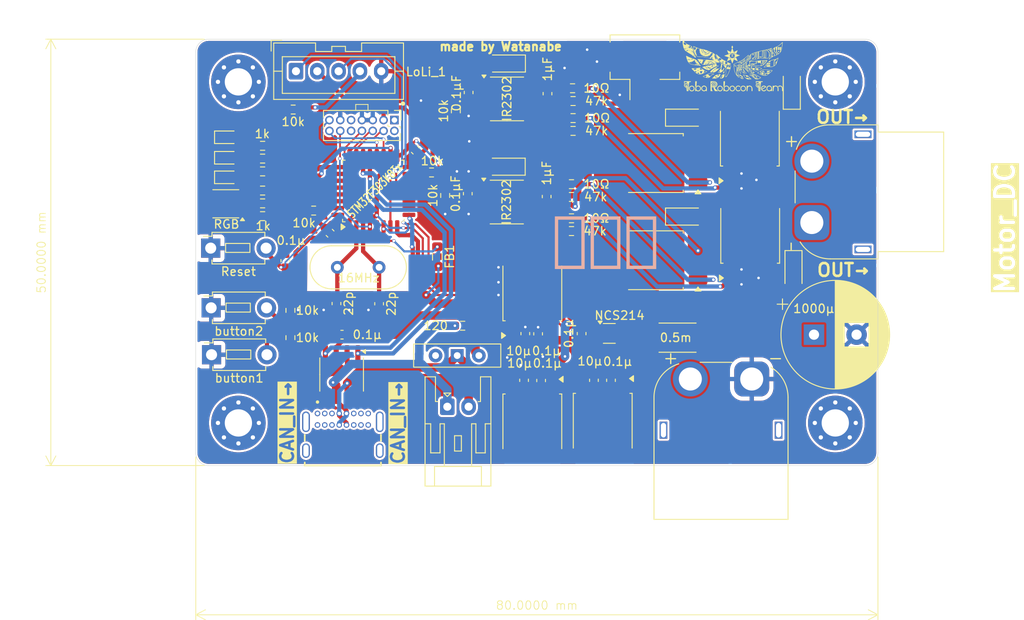
<source format=kicad_pcb>
(kicad_pcb (version 20241229) (generator "pcbnew") (generator_version "9.0")
  (layers (0 "F.Cu" signal) (2 "B.Cu" signal) (13 "F.Paste" user) (15 "B.Paste" user) (5 "F.SilkS" user "F.Silkscreen") (7 "B.SilkS" user "B.Silkscreen") (1 "F.Mask" user) (3 "B.Mask" user) (25 "Edge.Cuts" user))
  (net 0 "")
  (net 1 "GND")
  (net 2 "+24V")
  (net 3 "+12V")
  (net 4 "+5V")
  (net 5 "+3.3V")
  (net 6 "SWO")
  (net 7 "NRST")
  (net 8 "Net-(U6-PF0)")
  (net 9 "Net-(U6-PF1)")
  (net 10 "SWCLK")
  (net 11 "SWDIO")
  (net 16 "CAN_L")
  (net 17 "CAN_H")
  (net 29 "Net-(LED1-BA)")
  (net 30 "Net-(LED1-RA)")
  (net 31 "Net-(LED1-GA)")
  (net 33 "LED1_B")
  (net 34 "LED1_R")
  (net 35 "LED1_G")
  (net 36 "LED2_B")
  (net 37 "LED2_R")
  (net 38 "LED2_G")
  (net 39 "Net-(U6-BOOT0)")
  (net 40 "Net-(U7-HO)")
  (net 41 "Net-(U7-LO)")
  (net 42 "Net-(U8-HO)")
  (net 43 "Net-(U8-LO)")
  (net 44 "VCP_RX")
  (net 45 "VCP_TX")
  (net 48 "CAN_TX")
  (net 49 "CAN_RX")
  (net 50 "PWM_B")
  (net 51 "Net-(Q3-G)")
  (net 52 "Net-(U6-PA3)")
  (net 55 "PWM_A")
  (net 56 "ADC_IN1")
  (net 59 "Net-(Q1-G)")
  (net 60 "Net-(Q2-G)")
  (net 61 "Net-(Q4-G)")
  (net 62 "Net-(D1-K)")
  (net 63 "Net-(D4-A)")
  (net 64 "Net-(D3-A)")
  (net 65 "Net-(D2-K)")
  (net 66 "Net-(D3-K)")
  (net 71 "Net-(U6-PA2)")
  (net 72 "Encoder_A")
  (net 73 "Net-(J2-Pin_4)")
  (net 74 "Encoder_B")
  (net 75 "Net-(D7-A)")
  (net 76 "Net-(D8-A)")
  (net 77 "Net-(D9-A)")
  (net 78 "Net-(SW5-C)")
  (net 80 "Limit_SW")
  (net 81 "Net-(U6-VDDA)")
  (footprint "Connector_AMASS:AMASS_XT60PW-F_1x02_P7.20mm_Horizontal" (layer "F.Cu") (at 260.75 110.5 -90)
    (property "Reference" "M1" (hide yes))
    (property "Value" "Motor_DC")
  )
  (footprint "Resistor_SMD:R_0603_1608Metric" (layer "F.Cu") (at 219 97.4 -90)
    (property "Reference" "R21" (hide yes))
    (property "Value" "10k")
  )
  (footprint "Package_SO:SOIC-8_3.9x4.9mm_P1.27mm" (layer "F.Cu") (at 225 96)
    (property "Reference" "U7" (hide yes))
    (property "Value" "IR2302")
  )
  (footprint "my_parts:GCT_USB4085-GF-A_REVB" (layer "F.Cu") (at 205.75 137.25)
    (property "Reference" "J5" (hide yes))
    (property "Value" "USB_C_Receptacle_USB2.0_16P" (hide yes))
  )
  (footprint "Capacitor_SMD:C_0603_1608Metric" (layer "F.Cu") (at 233.75 123.525 90)
    (property "Reference" "C11" (hide yes))
    (property "Value" "0.1μ")
  )
  (footprint "LED_SMD:LED_ROHM_SMLVN6" (layer "F.Cu") (at 192.025 108.3 180)
    (property "Reference" "LED1" (hide yes))
    (property "Value" "RGB")
  )
  (footprint "Button_Switch_THT:SW_PUSH_1P1T_6x3.5mm_H5.0_APEM_MJTP1250" (layer "F.Cu") (at 190.25 113.5)
    (property "Reference" "SW1" (hide yes))
    (property "Value" "Reset")
  )
  (footprint "Resistor_SMD:R_0603_1608Metric_Pad0.98x0.95mm_HandSolder" (layer "F.Cu") (at 196.3375 109.75)
    (property "Reference" "R4" (hide yes))
    (property "Value" "1k")
  )
  (footprint "Package_TO_SOT_SMD:TO-252-2" (layer "F.Cu") (at 236.225 133.84 -90)
    (property "Reference" "U1" (hide yes))
    (property "Value" "Regulator_12.0" (hide yes))
  )
  (footprint "Capacitor_SMD:C_0603_1608Metric_Pad1.08x0.95mm_HandSolder" (layer "F.Cu") (at 220.5 95.2475 -90)
    (property "Reference" "C17" (hide yes))
    (property "Value" "0.1μF")
  )
  (footprint "Diode_SMD:D_SOD-123F" (layer "F.Cu") (at 258.6 116 -90)
    (property "Reference" "D6" (hide yes))
    (property "Value" "D" (hide yes))
  )
  (footprint "MountingHole:MountingHole_3.2mm_M3_Pad_Via" (layer "F.Cu") (at 193.5 134)
    (property "Reference" "H3" (hide yes))
    (property "Value" "MountingHole_Pad" (hide yes))
  )
  (footprint "Package_TO_SOT_SMD:TO-252-2" (layer "F.Cu") (at 242.36 114.92 180)
    (property "Reference" "Q3" (hide yes))
    (property "Value" "Q_NMOS_Depletion_GDS" (hide yes))
  )
  (footprint "Capacitor_SMD:C_0603_1608Metric_Pad1.08x0.95mm_HandSolder" (layer "F.Cu") (at 229.75 95.385 -90)
    (property "Reference" "C18" (hide yes))
    (property "Value" "1μF")
  )
  (footprint "Button_Switch_THT:SW_Slide-03_Wuerth-WS-SLTV_10x2.5x6.4_P2.54mm" (layer "F.Cu") (at 219.16 126.1 180)
    (property "Reference" "SW5" (hide yes))
    (property "Value" "SW_Wuerth_450301014042" (hide yes))
  )
  (footprint "Resistor_SMD:R_0603_1608Metric_Pad0.98x0.95mm_HandSolder" (layer "F.Cu") (at 232.5625 106 180)
    (property "Reference" "R17" (hide yes))
    (property "Value" "10Ω")
  )
  (footprint "Connector_JST:JST_PH_B2B-PH-SM4-TB_1x02-1MP_P2.00mm_Vertical" (layer "F.Cu") (at 241.175 92.85)
    (property "Reference" "J3" (hide yes))
    (property "Value" "Conn_01x02_Pin" (hide yes))
  )
  (footprint "Package_TO_SOT_SMD:TO-252-2" (layer "F.Cu") (at 242.36 103.52 180)
    (property "Reference" "Q1" (hide yes))
    (property "Value" "Q_NMOS_Depletion_GDS" (hide yes))
  )
  (footprint "Resistor_SMD:R_0603_1608Metric_Pad0.98x0.95mm_HandSolder" (layer "F.Cu") (at 196.3375 108.25)
    (property "Reference" "R5" (hide yes))
    (property "Value" "1k" (hide yes))
  )
  (footprint "Capacitor_SMD:C_0603_1608Metric" (layer "F.Cu") (at 237.195 129 -90)
    (property "Reference" "C2" (hide yes))
    (property "Value" "0.1μ")
  )
  (footprint "Capacitor_THT:CP_Radial_D12.5mm_P5.00mm" (layer "F.Cu") (at 261 123.65)
    (property "Reference" "C1" (hide yes))
    (property "Value" "1000μ")
  )
  (footprint "Package_SO:SOIC-8_3.9x4.9mm_P1.27mm" (layer "F.Cu") (at 205.605 128.325 -90)
    (property "Reference" "U5" (hide yes))
    (property "Value" "MCP2561-E-SN" (hide yes))
  )
  (footprint "Package_TO_SOT_SMD:SOT-363_SC-70-6_Handsoldering" (layer "F.Cu") (at 237 123.5)
    (property "Reference" "U9" (hide yes))
    (property "Value" "NCS214")
  )
  (footprint "Resistor_SMD:R_0603_1608Metric_Pad0.98x0.95mm_HandSolder" (layer "F.Cu") (at 232.5625 111.5)
    (property "Reference" "R16" (hide yes))
    (property "Value" "47k")
  )
  (footprint "Connector_AMASS:AMASS_XT60PW-M_1x02_P7.20mm_Horizontal" (layer "F.Cu") (at 253.7 128.85 180)
    (property "Reference" "J1" (hide yes))
    (property "Value" "XT60")
  )
  (footprint "Resistor_SMD:R_0603_1608Metric_Pad0.98x0.95mm_HandSolder" (layer "F.Cu") (at 232.5625 107.5)
    (property "Reference" "R15" (hide yes))
    (property "Value" "47k")
  )
  (footprint "MountingHole:MountingHole_3.2mm_M3_Pad_Via" (layer "F.Cu") (at 193.5 94)
    (property "Reference" "H4" (hide yes))
    (property "Value" "MountingHole_Pad" (hide yes))
  )
  (footprint "Diode_SMD:D_SOD-123F" (layer "F.Cu") (at 245.8 109.8)
    (property "Reference" "D3" (hide yes))
    (property "Value" "D" (hide yes))
  )
  (footprint "Diode_SMD:D_SOD-123F" (layer "F.Cu") (at 258.4 95 90)
    (property "Reference" "D5" (hide yes))
    (property "Value" "D" (hide yes))
  )
  (footprint "Resistor_SMD:R_0603_1608Metric" (layer "F.Cu") (at 199.925 97.25)
    (property "Reference" "R22" (hide yes))
    (property "Value" "10k")
  )
  (footprint "Button_Switch_THT:SW_PUSH_1P1T_6x3.5mm_H5.0_APEM_MJTP1250" (layer "F.Cu") (at 190.35 126)
    (property "Reference" "SW4" (hide yes))
    (property "Value" "button1")
  )
  (footprint "Resistor_SMD:R_0603_1608Metric_Pad0.98x0.95mm_HandSolder" (layer "F.Cu") (at 232.5625 110 180)
    (property "Reference" "R18" (hide yes))
    (property "Value" "10Ω")
  )
  (footprint "Diode_SMD:D_SOD-123F" (layer "F.Cu") (at 224.95 91.85 180)
    (property "Reference" "D1" (hide yes))
    (property "Value" "D" (hide yes))
  )
  (footprint "Capacitor_SMD:C_0603_1608Metric" (layer "F.Cu") (at 235.195 129 -90)
    (property "Reference" "C5" (hide yes))
    (property "Value" "10μ")
  )
  (footprint "Package_TO_SOT_SMD:TO-252-2" (layer "F.Cu") (at 253.48 100.56 90)
    (property "Reference" "Q2" (hide yes))
    (property "Value" "Q_NMOS_Depletion_GDS" (hide yes))
  )
  (footprint "Resistor_SMD:R_0603_1608Metric" (layer "F.Cu") (at 217.75 107.325 -90)
    (property "Reference" "R20" (hide yes))
    (property "Value" "10k")
  )
  (footprint "Resistor_SMD:R_0603_1608Metric_Pad0.98x0.95mm_HandSolder" (layer "F.Cu") (at 232.75 98.25)
    (property "Reference" "R12" (hide yes))
    (property "Value" "10Ω")
  )
  (footprint "Diode_SMD:D_SOD-123F" (layer "F.Cu") (at 224.925 103.95 180)
    (property "Reference" "D2" (hide yes))
    (property "Value" "D" (hide yes))
  )
  (footprint "LED_SMD:LED_0603_1608Metric" (layer "F.Cu") (at 192.1875 102.9)
    (property "Reference" "D8" (hide yes))
    (property "Value" "LED" (hide yes))
  )
  (footprint "Package_SO:SOIC-8_3.9x4.9mm_P1.27mm" (layer "F.Cu") (at 224.975 108.095)
    (property "Reference" "U8" (hide yes))
    (property "Value" "IR2302")
  )
  (footprint "Capacitor_SMD:C_0603_1608Metric" (layer "F.Cu") (at 227.1475 123.525 90)
    (property "Reference" "C7" (hide yes))
    (property "Value" "10μ")
  )
  (footprint "MountingHole:MountingHole_3.2mm_M3_Pad_Via" (layer "F.Cu") (at 263.5 94)
    (property "Reference" "H1" (hide yes))
    (property "Value" "MountingHole_Pad" (hide yes))
  )
  (footprint "Button_Switch_THT:SW_PUSH_1P1T_6x3.5mm_H5.0_APEM_MJTP1250" (layer "F.Cu") (at 190.3 120.5)
    (property "Reference" "SW3" (hide yes))
    (property "Value" "button2")
  )
  (footprint "Resistor_SMD:R_0603_1608Metric" (layer "F.Cu") (at 216.15 104.625)
    (property "Reference" "R23" (hide yes))
    (property "Value" "10k")
  )
  (footprint "Resistor_SMD:R_0603_1608Metric_Pad0.98x0.95mm_HandSolder" (layer "F.Cu") (at 232.75 99.75)
    (property "Reference" "R13" (hide yes))
    (property "Value" "47k")
  )
  (footprint "Package_QFP:LQFP-32_7x7mm_P0.8mm" (layer "F.Cu") (at 209.325 106.8 90)
    (property "Reference" "U6" (hide yes))
    (property "Value" "STM32F303K8Tx")
  )
  (footprint "LED_SMD:LED_0603_1608Metric" (layer "F.Cu") (at 192.1875 105.2)
    (property "Reference" "D7" (hide yes))
    (property "Value" "LED" (hide yes))
  )
  (footprint "Resistor_SMD:R_0603_1608Metric_Pad0.98x0.95mm_HandSolder" (layer "F.Cu") (at 232.75 96.25)
    (property "Reference" "R14" (hide yes))
    (property "Value" "47k")
  )
  (footprint "Capacitor_SMD:C_0603_1608Metric" (layer "F.Cu") (at 210 120.025 90)
    (property "Reference" "C16" (hide yes))
    (property "Value" "22p")
  )
  (footprint "Connector_JST:JST_XA_B05B-XASK-1_1x05_P2.50mm_Vertical" (layer "F.Cu") (at 200.25 92.75)
    (property "Reference" "J2" (hide yes))
    (property "Value" "LoLi_1")
  )
  (footprint "Capacitor_SMD:C_0603_1608Metric_Pad1.08x0.95mm_HandSolder" (layer "F.Cu") (at 220.4 107.1125 -90)
    (property "Reference" "C20" (hide yes))
    (property "Value" "0.1μF")
  )
  (footprint "Package_TO_SOT_SMD:TO-252-2" (layer "F.Cu") (at 227.97 133.915 -90)
    (property "Reference" "U2" (hide yes))
    (property "Value" "Regulator_5.0" (hide yes))
  )
  (footprint "Capacitor_SMD:C_0603_1608Metric" (layer "F.Cu") (at 227 129 -90)
    (property "Reference" "C6" (hide yes))
    (property "Value" "10μ")
  )
  (footprint "Crystal:Crystal_HC18-U_Vertical" (layer "F.Cu") (at 210 115.75 180)
    (property "Reference" "Y1" (hide yes))
    (property "Value" "16MHz")
  )
  (footprint "Resistor_SMD:R_0603_1608Metric" (layer "F.Cu") (at 199.6 124 90)
    (property "Reference" "R2" (hide yes))
    (property "Value" "10k")
  )
  (footprint "Resistor_SMD:R_0603_1608Metric_Pad0.98x0.95mm_HandSolder" (layer "F.Cu") (at 232.6875 94.75)
    (property "Reference" "R11" (hide yes))
    (property "Value" "10Ω")
  )
  (footprint "Inductor_SMD:L_0805_2012Metric_Pad1.05x1.20mm_HandSolder" (layer "F.Cu") (at 216.825 114.5 90)
    (property "Reference" "FB1")
    (property "Value" "FerriteBead" (hide yes))
  )
  (footprint "Capacitor_SMD:C_0603_1608Metric" (layer "F.Cu") (at 205 120 90)
    (property "Reference" "C15" (hide yes))
    (property "Value" "22p")
  )
  (footprint "Capacitor_SMD:C_0603_1608Metric" (layer "F.Cu") (at 199 114.975 90)
    (property "Reference" "C14" (hide yes))
    (property "Value" "0.1μ")
  )
  (footprint "LOGO" (layer "F.Cu") (at 251.5 92.125)
    (property "Reference" "G***" (hide yes))
    (property "Value" "LOGO" (hide yes))
  )
  (footprint "Capacitor_SMD:C_0603_1608Metric" (layer "F.Cu") (at 205.65 123.65 180)
    (property "Reference" "C4" (hide yes))
    (property "Value" "0.1μ")
  )
  (footprint "Resistor_SMD:R_0603_1608Metric" (layer "F.Cu") (at 202.325 109.1 180)
    (property "Reference" "R10" (hide yes))
    (property "Value" "10k")
  )
  (footprint "Connector_JST:JST_XA_S02B-XASK-1N-BN_1x02_P2.50mm_Horizontal" (layer "F.Cu") (at 218 132.1)
    (property "Reference" "J4" (hide yes))
    (property "Value" "Conn_01x02_Pin" (hide yes))
  )
  (footprint "MountingHole:MountingHole_3.2mm_M3_Pad_Via" (layer "F.Cu") (at 263.5 134)
    (property "Reference" "H2" (hide yes))
    (property "Value" "MountingHole_Pad" (hide yes))
  )
  (footprint "Resistor_SMD:R_0603_1608Metric" (layer "F.Cu") (at 199.6 120.8 -90)
    (property "Reference" "R3" (hide yes))
    (property "Value" "10k")
  )
  (footprint "Capacitor_SMD:C_0603_1608Metric_Pad1.08x0.95mm_HandSolder" (layer "F.Cu") (at 229.65 107.45 -90)
    (property "Reference" "C19" (hide yes))
    (property "Value" "1μF")
  )
  (footprint "Resistor_SMD:R_0603_1608Metric_Pad0.98x0.95mm_HandSolder" (layer "F.Cu") (at 219.8 122.6 180)
    (property "Reference" "R1" (hide yes))
    (property "Value" "120")
  )
  (footprint "Diode_SMD:D_SOD-123F" (layer "F.Cu") (at 245.8 98.2)
    (property "Reference" "D4" (hide yes))
    (property "Value" "D" (hide yes))
  )
  (footprint "Capacitor_SMD:C_0603_1608Metric" (layer "F.Cu") (at 214.25 102 -45)
    (property "Reference" "C10" (hide yes))
    (property "Value" "0.1μ" (hide yes))
  )
  (footprint "Resistor_SMD:R_0603_1608Metric_Pad0.98x0.95mm_HandSolder" (layer "F.Cu") (at 196.3375 104.5)
    (property "Reference" "R7" (hide yes))
    (property "Value" "1k")
  )
  (footprint "Connector_PinHeader_1.27mm:PinHeader_2x07_P1.27mm_Vertical" (layer "F.Cu") (at 211.795 98.48 -90)
    (property "Reference" "J6" (hide yes))
    (property "Value" "Conn_ST_STDC14" (hide yes))
  )
  (footprint "LED_SMD:LED_0603_1608Metric" (layer "F.Cu") (at 192.1875 100.5)
    (property "Reference" "D9" (hide yes))
    (property "Value" "LED" (hide yes))
  )
  (footprint "Resistor_SMD:R_0603_1608Metric_Pad0.98x0.95mm_HandSolder" (layer "F.Cu") (at 196.3375 101.5)
    (property "Reference" "R9" (hide yes))
    (property "Value" "1k" (hide yes))
  )
  (footprint "Capacitor_SMD:C_0603_1608Metric" (layer "F.Cu") (at 228.6475 123.55 90)
    (property "Reference" "C8" (hide yes))
    (property "Value" "0.1μ")
  )
  (footprint "Package_TO_SOT_SMD:TO-252-2" (layer "F.Cu") (at 227.97 118.71 90)
    (property "Reference" "U3" (hide yes))
    (property "Value" "Regulator_3.3" (hide yes))
  )
  (footprint "Resistor_SMD:R_0603_1608Metric_Pad0.98x0.95mm_HandSolder" (layer "F.Cu") (at 196.3375 103)
    (property "Reference" "R8" (hide yes))
    (property "Value" "1k" (hide yes))
  )
  (footprint "Resistor_SMD:R_0603_1608Metric_Pad0.98x0.95mm_HandSolder" (layer "F.Cu") (at 196.3375 106.75)
    (property "Reference" "R6" (hide yes))
    (property "Value" "1k" (hide yes))
  )
  (footprint "Capacitor_SMD:C_0603_1608Metric" (layer "F.Cu") (at 204.25 111.75 135)
    (property "Reference" "C9" (hide yes))
    (property "Value" "0.1μ" (hide yes))
  )
  (footprint "Resistor_SMD:R_2512_6332Metric" (layer "F.Cu") (at 245 124 180)
    (property "Reference" "R19" (hide yes))
    (property "Value" "0.5m")
  )
  (footprint "Capacitor_SMD:C_0603_1608Metric" (layer "F.Cu") (at 229 129.025 -90)
    (property "Reference" "C3" (hide yes))
    (property "Value" "0.1μ")
  )
  (footprint "Package_TO_SOT_SMD:TO-252-2" (layer "F.Cu") (at 253.52 111.96 90)
    (property "Reference" "Q4" (hide yes))
    (property "Value" "Q_NMOS_Depletion_GDS" (hide yes))
  )
  (gr_line (start 208.7 96.65) (end 208.7 97.375) (stroke (width 0.1)) (layer "F.SilkS"))
  (gr_line (start 207.2575 97.35) (end 207.2575 96.65) (stroke (width 0.1)) (layer "F.SilkS"))
  (gr_line (start 207.2575 96.65) (end 208.7 96.65) (stroke (width 0.1)) (layer "F.SilkS"))
  (gr_circle (center 212.8 96.55) (end 213 96.55) (stroke (width 0.1)) (fill yes) (layer "F.SilkS"))
  (gr_line (start 267 89) (end 190 89) (stroke (width 0.05)) (layer "Edge.Cuts"))
  (gr_line (start 188.5 90.5) (end 188.5 137.5) (stroke (width 0.05)) (layer "Edge.Cuts"))
  (gr_arc (start 267 89) (mid 268.06066 89.43934) (end 268.5 90.5) (stroke (width 0.05)) (layer "Edge.Cuts"))
  (gr_line (start 268.5 137.5) (end 268.5 90.5) (stroke (width 0.05)) (layer "Edge.Cuts"))
  (gr_arc (start 188.5 90.5) (mid 188.93934 89.43934) (end 190 89) (stroke (width 0.05)) (layer "Edge.Cuts"))
  (gr_arc (start 190 139) (mid 188.93934 138.56066) (end 188.5 137.5) (stroke (width 0.05)) (layer "Edge.Cuts"))
  (gr_arc (start 268.5 137.5) (mid 268.06066 138.56066) (end 267 139) (stroke (width 0.05)) (layer "Edge.Cuts"))
  (gr_line (start 190 139) (end 267 139) (stroke (width 0.05)) (layer "Edge.Cuts"))
  (gr_text "OUT→" (at 261.1 99 0) (layer "F.SilkS") (effects (font (size 1.5 1.5) (thickness 0.3) (bold yes)) (justify left bottom)))
  (gr_text "CAN_IN→" (at 200.1 138.95 90) (layer "F.SilkS" knockout) (effects (font (size 1.5 1.5) (thickness 0.3) (bold yes)) (justify left bottom)))
  (gr_text "made by Watanabe" (at 216.95 90.45 0) (layer "F.SilkS") (effects (font (size 1 1) (thickness 0.25) (bold yes)) (justify left bottom)))
  (gr_text "OUT→" (at 261.2 116.95 0) (layer "F.SilkS") (effects (font (size 1.5 1.5) (thickness 0.3) (bold yes)) (justify left bottom)))
  (gr_text "CAN_IN→" (at 213.1 139 90) (layer "F.SilkS" knockout) (effects (font (size 1.5 1.5) (thickness 0.3) (bold yes)) (justify left bottom)))
  (gr_text "ガチ夫" (at 242.85 115.55 0) (layer "B.SilkS") (effects (font (size 5 5) (thickness 0.1)) (justify left bottom mirror)))
  (dimension (type aligned) (layer "F.SilkS") (pts (xy 188.5 137.5) (xy 268.5 137.5)) (height 19) (format (prefix "") (suffix "") (units 3) (units_format 1) (precision 4)) (style (thickness 0.1) (arrow_length 1.27) (text_position_mode 0) (arrow_direction outward) (extension_height 0.58642) (extension_offset 0.5) (keep_text_aligned yes)) (gr_text "80.0000 mm" (at 228.5 155.4 0) (layer "F.SilkS") (effects (font (size 1 1) (thickness 0.1)))))
  (dimension (type aligned) (layer "F.SilkS") (pts (xy 190 139) (xy 190 89)) (height -18.5) (format (prefix "") (suffix "") (units 3) (units_format 1) (precision 4)) (style (thickness 0.1) (arrow_length 1.27) (text_position_mode 0) (arrow_direction outward) (extension_height 0.58642) (extension_offset 0.5) (keep_text_aligned yes)) (gr_text "50.0000 mm" (at 170.4 114 90) (layer "F.SilkS") (effects (font (size 1 1) (thickness 0.1)))))
  (segment (start 213.5 103.846016) (end 214.798008 102.548008) (width 0.25) (layer "F.Cu") (net 1))
  (segment (start 213.5 104) (end 213.5 103.846016) (width 0.25) (layer "F.Cu") (net 1))
  (via (at 228.6475 122.775) (size 0.4) (drill 0.3) (layers "F.Cu" "B.Cu") (net 1))
  (via (at 229.2 126.225) (size 0.4) (drill 0.3) (layers "F.Cu" "B.Cu") (net 1))
  (via (at 231.75 92.375) (size 0.4) (drill 0.3) (layers "F.Cu" "B.Cu") (net 1))
  (via (at 227.1475 122.75) (size 0.4) (drill 0.3) (layers "F.Cu" "B.Cu") (net 1))
  (via (at 234.4 90.225) (size 0.4) (drill 0.3) (layers "F.Cu" "B.Cu") (net 1))
  (via (at 203.5 120.75) (size 0.4) (drill 0.3) (layers "F.Cu" "B.Cu") (net 1))
  (via (at 252.5 116) (size 0.4) (drill 0.3) (layers "F.Cu" "B.Cu") (net 1))
  (via (at 217.75 109.5) (size 0.4) (drill 0.3) (layers "F.Cu" "B.Cu") (net 1))
  (via (at 224 115.75) (size 0.4) (drill 0.3) (layers "F.Cu" "B.Cu") (net 1))
  (via (at 226.6 127.225) (size 0.4) (drill 0.3) (layers "F.Cu" "B.Cu") (net 1))
  (via (at 235.55 91.625) (size 0.4) (drill 0.3) (layers "F.Cu" "B.Cu") (net 1))
  (via (at 220.575 100.975) (size 0.4) (drill 0.3) (layers "F.Cu" "B.Cu") (net 1))
  (via (at 219.125 104.5) (size 0.4) (drill 0.3) (layers "F.Cu" "B.Cu") (net 1))
  (via (at 254.5 117) (size 0.4) (drill 0.3) (layers "F.Cu" "B.Cu") (net 1))
  (via (at 252.5 106.5) (size 0.4) (drill 0.3) (layers "F.Cu" "B.Cu") (net 1))
  (via (at 220.5 98) (size 0.4) (drill 0.3) (layers "F.Cu" "B.Cu") (net 1))
  (via (at 252.5 117.75) (size 0.4) (drill 0.3) (layers "F.Cu" "B.Cu") (net 1))
  (via (at 206.5 120.75) (size 0.4) (drill 0.3) (layers "F.Cu" "B.Cu") (net 1))
  (via (at 220.5 109.5) (size 0.4) (drill 0.3) (layers "F.Cu" "B.Cu") (net 1))
  (via (at 224 119) (size 0.4) (drill 0.3) (layers "F.Cu" "B.Cu") (net 1))
  (via (at 214.912724 96.194833) (size 0.4) (drill 0.3) (layers "F.Cu" "B.Cu") (net 1))
  (via (at 225.025 126.325) (size 0.4) (drill 0.3) (layers "F.Cu" "B.Cu") (net 1))
  (via (at 220.5 104.5) (size 0.4) (drill 0.3) (layers "F.Cu" "B.Cu") (net 1))
  (via (at 238.225 95.525) (size 0.4) (drill 0.3) (layers "F.Cu" "B.Cu") (net 1))
  (via (at 200.5 120.75) (size 0.4) (drill 0.3) (layers "F.Cu" "B.Cu") (net 1))
  (via (at 252.5 104.75) (size 0.4) (drill 0.3) (layers "F.Cu" "B.Cu") (net 1))
  (via (at 208.75 120.75) (size 0.4) (drill 0.3) (layers "F.Cu" "B.Cu") (net 1))
  (via (at 224 117.5) (size 0.4) (drill 0.3) (layers "F.Cu" "B.Cu") (net 1))
  (via (at 254.25 105.5) (size 0.4) (drill 0.3) (layers "F.Cu" "B.Cu") (net 1))
  (segment (start 238.505 124.755) (end 238.2 124.45) (width 1) (layer "F.Cu") (net 2))
  (segment (start 237.195 128.225) (end 237.93 128.225) (width 1) (layer "F.Cu") (net 2))
  (segment (start 237.93 128.225) (end 238.505 128.8) (width 1) (layer "F.Cu") (net 2))
  (segment (start 238.505 128.8) (end 238.505 124.755) (width 1) (layer "F.Cu") (net 2))
  (segment (start 231.6 122) (end 232 122.4) (width 0.5) (layer "F.Cu") (net 3))
  (segment (start 222.39 106.25) (end 222.45 106.19) (width 0.5) (layer "F.Cu") (net 3))
  (segment (start 229 128.25) (end 229.625 128.25) (width 1) (layer "F.Cu") (net 3))
  (segment (start 220.5 94.385) (end 222.235 94.385) (width 0.5) (layer "F.Cu") (net 3))
  (segment (start 225 112) (end 226.5 113.5) (width 0.5) (layer "F.Cu") (net 3))
  (segment (start 222.525 92.885) (end 223.525 91.885) (width 0.5) (layer "F.Cu") (net 3))
  (segment (start 222.235 94.385) (end 222.525 94.095) (width 0.5) (layer "F.Cu") (net 3))
  (segment (start 224.5 95.095001) (end 224.5 101.55) (width 0.5) (layer "F.Cu") (net 3))
  (segment (start 223.4 102.65) (end 223.4 104.075) (width 0.5) (layer "F.Cu") (net 3))
  (segment (start 229 128.25) (end 225.69 124.94) (width 1) (layer "F.Cu") (net 3))
  (segment (start 222.525 94.095) (end 223.499999 94.095) (width 0.5) (layer "F.Cu") (net 3))
  (segment (start 233.945 128.8) (end 230.325 128.8) (width 1) (layer "F.Cu") (net 3))
  (segment (start 223.474999 106.19) (end 225 107.715001) (width 0.5) (layer "F.Cu") (net 3))
  (segment (start 231.6 113.6) (end 231.6 122) (width 0.5) (layer "F.Cu") (net 3))
  (segment (start 229.625 128.25) (end 230.25 128.875) (width 1) (layer "F.Cu") (net 3))
  (segment (start 223.4 104.075) (end 222.45 105.025) (width 0.5) (layer "F.Cu") (net 3))
  (segment (start 230.325 128.8) (end 230.25 128.875) (width 1) (layer "F.Cu") (net 3))
  (segment (start 222.5 106.19) (end 223.474999 106.19) (width 0.5) (layer "F.Cu") (net 3))
  (segment (start 225.69 124.94) (end 225.69 123.75) (width 1) (layer "F.Cu") (net 3))
  (segment (start 222.45 105.025) (end 222.45 106.19) (width 0.5) (layer "F.Cu") (net 3))
  (segment (start 222.525 94.095) (end 222.525 92.885) (width 0.5) (layer "F.Cu") (net 3))
  (segment (start 231.5 113.5) (end 231.6 113.6) (width 0.5) (layer "F.Cu") (net 3))
  (segment (start 226.5 113.5) (end 231.5 113.5) (width 0.5) (layer "F.Cu") (net 3))
  (segment (start 225 107.715001) (end 225 112) (width 0.5) (layer "F.Cu") (net 3))
  (segment (start 230.25 127.75) (end 231.8 126.2) (width 1) (layer "F.Cu") (net 3))
  (segment (start 224.5 101.55) (end 223.4 102.65) (width 0.5) (layer "F.Cu") (net 3))
  (segment (start 233.945 128.8) (end 234.52 128.225) (width 1) (layer "F.Cu") (net 3))
  (segment (start 222.5 106.19) (end 222.45 106.19) (width 0.5) (layer "F.Cu") (net 3))
  (segment (start 223.499999 94.095) (end 224.5 95.095001) (width 0.5) (layer "F.Cu") (net 3))
  (segment (start 234.52 128.225) (end 235.195 128.225) (width 1) (layer "F.Cu") (net 3))
  (segment (start 230.25 128.875) (end 230.25 127.75) (width 1) (layer "F.Cu") (net 3))
  (segment (start 220.4 106.25) (end 222.39 106.25) (width 0.5) (layer "F.Cu") (net 3))
  (via (at 231.8 126.2) (size 0.6) (drill 0.3) (layers "F.Cu" "B.Cu") (net 3))
  (via (at 232 122.4) (size 0.6) (drill 0.3) (layers "F.Cu" "B.Cu") (net 3))
  (segment (start 231.8 122.6) (end 232 122.4) (width 1) (layer "B.Cu") (net 3))
  (segment (start 231.8 126.2) (end 231.8 122.6) (width 1) (layer "B.Cu") (net 3))
  (segment (start 225.69 128.875) (end 223.625 126.81) (width 1) (layer "F.Cu") (net 4))
  (segment (start 204.97 125.105) (end 206.425 123.65) (width 0.5) (layer "F.Cu") (net 4))
  (segment (start 221.332406 121.4) (end 214.493503 121.4) (width 1) (layer "F.Cu") (net 4))
  (segment (start 226.34 128.225) (end 225.69 128.875) (width 1) (layer "F.Cu") (net 4))
  (segment (start 212.243503 123.65) (end 206.425 123.65) (width 1) (layer "F.Cu") (net 4))
  (segment (start 204.97 125.85) (end 204.97 125.105) (width 0.5) (layer "F.Cu") (net 4))
  (segment (start 227 128.225) (end 226.34 128.225) (width 1) (layer "F.Cu") (net 4))
  (segment (start 223.625 126.81) (end 223.625 123.692594) (width 1) (layer "F.Cu") (net 4))
  (segment (start 223.625 123.692594) (end 221.332406 121.4) (width 1) (layer "F.Cu") (net 4))
  (segment (start 214.493503 121.4) (end 212.243503 123.65) (width 1) (layer "F.Cu") (net 4))
  (segment (start 212.528984 102.625) (end 213.701992 101.451992) (width 0.5) (layer "F.Cu") (net 5))
  (segment (start 212.875 111.15) (end 213.25 111.15) (width 0.25) (layer "F.Cu") (net 5))
  (segment (start 210.525 97) (end 210.525 98.48) (width 0.5) (layer "F.Cu") (net 5))
  (segment (start 215.125 112.35) (end 215.125 118.625) (width 0.25) (layer "F.Cu") (net 5))
  (segment (start 230.8 124.3) (end 233.75 124.3) (width 1) (layer "F.Cu") (net 5))
  (segment (start 211.275 103.725) (end 209.725 105.275) (width 0.5) (layer "F.Cu") (net 5))
  (segment (start 230.25 123.75) (end 230.8 124.3) (width 1) (layer "F.Cu") (net 5))
  (segment (start 212.125 102.625) (end 212.528984 102.625) (width 0.5) (layer "F.Cu") (net 5))
  (segment (start 214.228984 100.925) (end 213.701992 101.451992) (width 0.25) (layer "F.Cu") (net 5))
  (segment (start 214.375 100.925) (end 214.228984 100.925) (width 0.25) (layer "F.Cu") (net 5))
  (segment (start 196.6 129.2) (end 199.6 126.2) (width 0.5) (layer "F.Cu") (net 5))
  (segment (start 213.863697 111.125) (end 213.969697 111.231) (width 0.25) (layer "F.Cu") (net 5))
  (segment (start 193.4 128.8) (end 193.8 129.2) (width 0.5) (layer "F.Cu") (net 5))
  (segment (start 210.525 97) (end 207 97) (width 0.5) (layer "F.Cu") (net 5))
  (segment (start 210.5 98.455) (end 210.525 98.48) (width 0.5) (layer "F.Cu") (net 5))
  (segment (start 213.275 111.125) (end 213.863697 111.125) (width 0.25) (layer "F.Cu") (net 5))
  (segment (start 230.25 123.75) (end 229.675 124.325) (width 1) (layer "F.Cu") (net 5))
  (segment (start 215.5 119) (end 215.6125 119.1125) (width 0.25) (layer "F.Cu") (net 5))
  (segment (start 212.85 111.125) (end 212.875 111.15) (width 0.25) (layer "F.Cu") (net 5))
  (segment (start 206.958362 109.775) (end 209.6 109.775) (width 0.5) (layer "F.Cu") (net 5))
  (segment (start 204.798008 112.298008) (end 201.898438 112.298008) (width 0.5) (layer "F.Cu") (net 5))
  (segment (start 216.975 104.625) (end 216.975 103.5) (width 0.25) (layer "F.Cu") (net 5))
  (segment (start 199.6 126.2) (end 199.6 124.825) (width 0.5) (layer "F.Cu") (net 5))
  (segment (start 211.650216 103.725) (end 211.275 103.725) (width 0.5) (layer "F.Cu") (net 5))
  (segment (start 205.201992 112.298008) (end 206.525 110.975) (width 0.5) (layer "F.Cu") (net 5))
  (segment (start 212.125 102.625) (end 212.125 103.250216) (width 0.5) (layer "F.Cu") (net 5))
  (segment (start 214.006 111.231) (end 215.125 112.35) (width 0.25) (layer "F.Cu") (net 5))
  (segment (start 201.898438 112.298008) (end 200.2 113.996446) (width 0.5) (layer "F.Cu") (net 5))
  (segment (start 223.8 121.8) (end 229.461882 121.8) (width 0.5) (layer "F.Cu") (net 5))
  (segment (start 200.2 119.175) (end 199.4 119.975) (width 0.5) (layer "F.Cu") (net 5))
  (segment (start 213.701992 97.855976) (end 212.846016 97) (width 0.5) (layer "F.Cu") (net 5))
  (segment (start 199.4 119.975) (end 197.625 118.2) (width 0.5) (layer "F.Cu") (net 5))
  (segment (start 206.525 110.208362) (end 206.958362 109.775) (width 0.5) (layer "F.Cu") (net 5))
  (segment (start 235.52 124.3) (end 235.67 124.15) (width 0.2) (layer "F.Cu") (net 5))
  (segment (start 213.701992 101.451992) (end 213.701992 97.855976) (width 0.5) (layer "F.Cu") (net 5))
  (segment (start 209.6 109.775) (end 209.725 109.65) (width 0.5) (layer "F.Cu") (net 5))
  (segment (start 215.125 118.625) (end 215.5 119) (width 0.25) (layer "F.Cu") (net 5))
  (segment (start 194 118.2) (end 193.4 118.8) (width 0.5) (layer "F.Cu") (net 5))
  (segment (start 223.35 121.35) (end 223.8 121.8) (width 0.5) (layer "F.Cu") (net 5))
  (segment (start 233.75 124.3) (end 235.52 124.3) (width 0.2) (layer "F.Cu") (net 5))
  (segment (start 209.725 105.275) (end 209.725 109.65) (width 0.5) (layer "F.Cu") (net 5))
  (segment (start 221.629462 120) (end 222.979462 121.35) (width 1) (layer "F.Cu") (net 5))
  (segment (start 230.25 122.588118) (end 230.25 123.75) (width 1) (layer "F.Cu") (net 5))
  (segment (start 206.525 110.975) (end 206.525 110.208362) (width 0.5) (layer "F.Cu") (net 5))
  (segment (start 212.846016 97) (end 210.525 97) (width 0.5) (layer "F.Cu") (net 5))
  (segment (start 215.5 119) (end 216.5 120) (width 1) (layer "F.Cu") (net 5))
  (segment (start 216.975 103.5) (end 216.95 103.475) (width 0.25) (layer "F.Cu") (net 5))
  (segment (start 204.798008 112.298008) (end 205.201992 112.298008) (width 0.5) (layer "F.Cu") (net 5))
  (segment (start 193.8 129.2) (end 196.6 129.2) (width 0.5) (layer "F.Cu") (net 5))
  (segment (start 200.2 113.996446) (end 200.2 119.175) (width 0.5) (layer "F.Cu") (net 5))
  (segment (start 212.125 103.250216) (end 211.650216 103.725) (width 0.5) (layer "F.Cu") (net 5))
  (segment (start 222.979462 121.35) (end 223.35 121.35) (width 1) (layer "F.Cu") (net 5))
  (segment (start 216.5 120) (end 221.629462 120) (width 1) (layer "F.Cu") (net 5))
  (segment (start 228.6475 124.325) (end 227.1725 124.325) (width 1) (layer "F.Cu") (net 5))
  (segment (start 193.4 118.8) (end 193.4 128.8) (width 0.5) (layer "F.Cu") (net 5))
  (segment (start 197.625 118.2) (end 194 118.2) (width 0.5) (layer "F.Cu") (net 5))
  (segment (start 229.461882 121.8) (end 230.25 122.588118) (width 0.5) (layer "F.Cu") (net 5))
  (segment (start 213.25 111.15) (end 213.275 111.125) (width 0.25) (layer "F.Cu") (net 5))
  (segment (start 227.1725 124.325) (end 227.1475 124.3) (width 1) (layer "F.Cu") (net 5))
  (segment (start 213.969697 111.231) (end 214.006 111.231) (width 0.25) (layer "F.Cu") (net 5))
  (segment (start 207 97) (end 202.75 92.75) (width 0.5) (layer "F.Cu") (net 5))
  (segment (start 229.675 124.325) (end 228.6475 124.325) (width 1) (layer "F.Cu") (net 5))
  (via (at 214.375 100.925) (size 0.4) (drill 0.3) (layers "F.Cu" "B.Cu") (net 5))
  (via (at 216.95 115.6) (size 0.4) (drill 0.3) (layers "F.Cu" "B.Cu") (net 5))
  (via (at 209.725 109.65) (size 0.4) (drill 0.3) (layers "F.Cu" "B.Cu") (net 5))
  (via (at 212.85 111.125) (size 0.4) (drill 0.3) (layers "F.Cu" "B.Cu") (net 5))
  (via (at 215.5 119) (size 0.4) (drill 0.3) (layers "F.Cu" "B.Cu") (net 5))
  (via (at 216.95 103.475) (size 0.4) (drill 0.3) (layers "F.Cu" "B.Cu") (net 5))
  (segment (start 215.5 119) (end 216.95 117.55) (width 0.25) (layer "B.Cu") (net 5))
  (segment (start 214.4 100.925) (end 214.375 100.925) (width 0.25) (layer "B.Cu") (net 5))
  (segment (start 212.85 111.125) (end 211.2 111.125) (width 0.25) (layer "B.Cu") (net 5))
  (segment (start 216.95 103.475) (end 214.4 100.925) (width 0.25) (layer "B.Cu") (net 5))
  (segment (start 211.2 111.125) (end 209.725 109.65) (width 0.25) (layer "B.Cu") (net 5))
  (segment (start 216.95 117.55) (end 216.95 115.6) (width 0.25) (layer "B.Cu") (net 5))
  (segment (start 206.25 104.449999) (end 206.25 103.704506) (width 0.2) (layer "F.Cu") (net 6))
  (segment (start 206.25 103.704506) (end 205.95 103.404506) (width 0.2) (layer "F.Cu") (net 6))
  (segment (start 205.899999 104.8) (end 206.25 104.449999) (width 0.2) (layer "F.Cu") (net 6))
  (segment (start 205.15 104.8) (end 205.899999 104.8) (width 0.2) (layer "F.Cu") (net 6))
  (segment (start 205.95 103.404506) (end 205.95 101.8) (width 0.2) (layer "F.Cu") (net 6))
  (segment (start 206.455 101.28) (end 207.985 99.75) (width 0.2) (layer "F.Cu") (net 6))
  (segment (start 205.95 101.8) (end 206.455 101.295) (width 0.2) (layer "F.Cu") (net 6))
  (segment (start 206.455 101.295) (end 206.455 101.28) (width 0.2) (layer "F.Cu") (net 6))
  (segment (start 205.42 102.98) (end 205.42 99.775) (width 0.2) (layer "F.Cu") (net 7))
  (segment (start 196.75 114) (end 198.5 115.75) (width 0.5) (layer "F.Cu") (net 7))
  (segment (start 205.4 103) (end 205.42 102.98) (width 0.2) (layer "F.Cu") (net 7))
  (segment (start 196.75 113.5) (end 196.75 114) (width 0.5) (layer "F.Cu") (net 7))
  (segment (start 205.42 99.775) (end 205.445 99.75) (width 0.2) (layer "F.Cu") (net 7))
  (via (at 198.5 115.75) (size 0.4) (drill 0.3) (layers "F.Cu" "B.Cu") (net 7))
  (via (at 205.4 103) (size 0.4) (drill 0.3) (layers "F.Cu" "B.Cu") (net 7))
  (via (at 208.925 110.975) (size 0.4) (drill 0.3) (layers "F.Cu" "B.Cu") (net 7))
  (segment (start 205.4 108.75) (end 199 115.15) (width 0.2) (layer "B.Cu") (net 7))
  (segment (start 205.4 108.75) (end 207.625 110.975) (width 0.2) (layer "B.Cu") (net 7))
  (segment (start 198.9 115.75) (end 198.5 115.75) (width 0.2) (layer "B.Cu") (net 7))
  (segment (start 199 115.65) (end 198.9 115.75) (width 0.2) (layer "B.Cu") (net 7))
  (segment (start 205.4 103) (end 205.4 108.75) (width 0.2) (layer "B.Cu") (net 7))
  (segment (start 207.625 110.975) (end 208.925 110.975) (width 0.2) (layer "B.Cu") (net 7))
  (segment (start 199 115.15) (end 199 115.65) (width 0.2) (layer "B.Cu") (net 7))
  (segment (start 205.1 115.75) (end 205.1 119.125) (width 0.5) (layer "F.Cu") (net 8))
  (segment (start 207.325 113.525) (end 205.1 115.75) (width 0.5) (layer "F.Cu") (net 8))
  (segment (start 205.1 119.125) (end 205 119.225) (width 0.5) (layer "F.Cu") (net 8))
  (segment (start 207.325 110.975) (end 207.325 113.525) (width 0.5) (layer "F.Cu") (net 8))
  (segment (start 208.125 113.875) (end 210 115.75) (width 0.5) (layer "F.Cu") (net 9))
  (segment (start 210 115.75) (end 210 119.25) (width 0.5) (layer "F.Cu") (net 9))
  (segment (start 208.125 110.975) (end 208.125 113.875) (width 0.5) (layer "F.Cu") (net 9))
  (segment (start 206.525 101.975) (end 206.525 102.625) (width 0.2) (layer "F.Cu") (net 10))
  (segment (start 208.983435 99.75) (end 209.255 99.75) (width 0.2) (layer "F.Cu") (net 10))
  (segment (start 206.525 102.208435) (end 208.983435 99.75) (width 0.2) (layer "F.Cu") (net 10))
  (segment (start 206.525 102.625) (end 206.525 102.208435) (width 0.2) (layer "F.Cu") (net 10))
  (segment (start 209.416408 100.587026) (end 210.253434 99.75) (width 0.2) (layer "F.Cu") (net 11))
  (segment (start 210.525 99.75) (end 210.225 99.75) (width 0.2) (layer "F.Cu") (net 11))
  (segment (start 208.612975 100.587026) (end 209.416408 100.587026) (width 0.2) (layer "F.Cu") (net 11))
  (segment (start 207.325 102.211916) (end 207.325 102.625) (width 0.2) (layer "F.Cu") (net 11))
  (segment (start 207.325 102.625) (end 207.325 101.875001) (width 0.2) (layer "F.Cu") (net 11))
  (segment (start 207.325 101.875001) (end 208.612975 100.587026) (width 0.2) (layer "F.Cu") (net 11))
  (segment (start 210.253434 99.75) (end 210.525 99.75) (width 0.2) (layer "F.Cu") (net 11))
  (segment (start 204.97 129.62) (end 204.97 130.8) (width 1) (layer "F.Cu") (net 16))
  (segment (start 204.97 130.8) (end 204.97 131.357684) (width 0.5) (layer "F.Cu") (net 16))
  (segment (start 204.97 131.357684) (end 206.175 132.562684) (width 0.5) (layer "F.Cu") (net 16))
  (segment (start 206.175 132.562684) (end 206.175 132.89) (width 0.5) (layer "F.Cu") (net 16))
  (segment (start 204.6 129.25) (end 204.97 129.62) (width 1) (layer "F.Cu") (net 16))
  (via (at 218.8875 122.6) (size 0.6) (drill 0.3) (layers "F.Cu" "B.Cu") (net 16))
  (via (at 204.6 129.25) (size 0.4) (drill 0.3) (layers "F.Cu" "B.Cu") (net 16))
  (segment (start 215 127.1) (end 218 130.1) (width 1) (layer "B.Cu") (net 16))
  (segment (start 206.175 132.89) (end 206.175 133.143984) (width 0.5) (layer "B.Cu") (net 16))
  (segment (start 214.72 124.478679) (end 214.72 125.9) (width 1) (layer "B.Cu") (net 16))
  (segment (start 214.72 125.9) (end 214.7 125.92) (width 1) (layer "B.Cu") (net 16))
  (segment (start 205.325 133.993984) (end 205.325 134.24) (width 0.5) (layer "B.Cu") (net 16))
  (segment (start 214.7 125.92) (end 214.7 127.1) (width 1) (layer "B.Cu") (net 16))
  (segment (start 206.175 133.143984) (end 205.325 133.993984) (width 0.5) (layer "B.Cu") (net 16))
  (segment (start 204.6 129.25) (end 206.75 127.1) (width 1) (layer "B.Cu") (net 16))
  (segment (start 218.8875 122.6) (end 216.598679 122.6) (width 1) (layer "B.Cu") (net 16))
  (segment (start 216.598679 122.6) (end 214.72 124.478679) (width 1) (layer "B.Cu") (net 16))
  (segment (start 218 130.1) (end 218 132.1) (width 1) (layer "B.Cu") (net 16))
  (segment (start 206.75 127.1) (end 215 127.1) (width 1) (layer "B.Cu") (net 16))
  (segment (start 205.325 133.143984) (end 205.325 132.89) (width 0.5) (layer "F.Cu") (net 17))
  (segment (start 220.5 132.1) (end 220.5 127.44) (width 1) (layer "F.Cu") (net 17))
  (segment (start 206.25 130.79) (end 206.24 130.8) (width 0.5) (layer "F.Cu") (net 17))
  (segment (start 206.25 129.35) (end 206.3 129.35) (width 0.5) (layer "F.Cu") (net 17))
  (segment (start 206.175 134.24) (end 206.175 133.993984) (width 0.5) (layer "F.Cu") (net 17))
  (segment (start 219.16 126.1) (end 217.76 127.5) (width 1) (layer "F.Cu") (net 17))
  (segment (start 206.25 129.35) (end 206.25 130.79) (width 0.5) (layer "F.Cu") (net 17))
  (segment (start 217.76 127.5) (end 208.1 127.5) (width 1) (layer "F.Cu") (net 17))
  (segment (start 220.5 127.44) (end 219.16 126.1) (width 1) (layer "F.Cu") (net 17))
  (segment (start 206.175 133.993984) (end 205.325 133.143984) (width 0.5) (layer "F.Cu") (net 17))
  (segment (start 208.1 127.5) (end 206.25 129.35) (width 1) (layer "F.Cu") (net 17))
  (via (at 206.25 129.35) (size 0.6) (drill 0.3) (layers "F.Cu" "B.Cu") (net 17))
  (segment (start 205.325 130.275) (end 205.325 132.89) (width 0.5) (layer "B.Cu") (net 17))
  (segment (start 206.25 129.35) (end 205.325 130.275) (width 0.5) (layer "B.Cu") (net 17))
  (segment (start 193.55 109.35) (end 195.025 109.35) (width 0.5) (layer "F.Cu") (net 29))
  (segment (start 195.025 109.35) (end 195.425 109.75) (width 0.5) (layer "F.Cu") (net 29))
  (segment (start 193.55 108.3) (end 195.375 108.3) (width 0.5) (layer "F.Cu") (net 30))
  (segment (start 195.375 108.3) (end 195.425 108.25) (width 0.5) (layer "F.Cu") (net 30))
  (segment (start 194.925 107.25) (end 195.425 106.75) (width 0.5) (layer "F.Cu") (net 31))
  (segment (start 193.55 107.25) (end 194.925 107.25) (width 0.5) (layer "F.Cu") (net 31))
  (segment (start 199 108) (end 205.15 108) (width 0.5) (layer "F.Cu") (net 33))
  (segment (start 197.25 109.75) (end 199 108) (width 0.5) (layer "F.Cu") (net 33))
  (segment (start 197.25 108.25) (end 198.3 107.2) (width 0.5) (layer "F.Cu") (net 34))
  (segment (start 198.3 107.2) (end 205.15 107.2) (width 0.5) (layer "F.Cu") (net 34))
  (segment (start 197.25 106.75) (end 197.6 106.4) (width 0.5) (layer "F.Cu") (net 35))
  (segment (start 197.6 106.4) (end 205.15 106.4) (width 0.5) (layer "F.Cu") (net 35))
  (segment (start 197.25 104.5) (end 198.35 105.6) (width 0.5) (layer "F.Cu") (net 36))
  (segment (start 198.35 105.6) (end 205.15 105.6) (width 0.5) (layer "F.Cu") (net 36))
  (segment (start 211.35 101.75) (end 211.35 102.6) (width 0.5) (layer "F.Cu") (net 37))
  (segment (start 203 105) (end 198.75 105) (width 0.5) (layer "F.Cu") (net 37))
  (segment (start 198.0875 104.3375) (end 198.0875 103.8375) (width 0.5) (layer "F.Cu") (net 37))
  (segment (start 198.75 105) (end 198.0875 104.3375) (width 0.5) (layer "F.Cu") (net 37))
  (segment (start 198.0875 103.8375) (end 197.25 103) (width 0.5) (layer "F.Cu") (net 37))
  (segment (start 203.25 104.75) (end 203 105) (width 0.5) (layer "F.Cu") (net 37))
  (segment (start 211.35 102.6) (end 211.325 102.625) (width 0.5) (layer "F.Cu") (net 37))
  (via (at 211.35 101.75) (size 0.4) (drill 0.3) (layers "F.Cu" "B.Cu") (net 37))
  (via (at 203.25 104.75) (size 0.4) (drill 0.3) (layers "F.Cu" "B.Cu") (net 37))
  (segment (start 205.575 101.85) (end 203.25 104.175) (width 0.5) (layer "B.Cu") (net 37))
  (segment (start 203.25 104.175) (end 203.25 104.75) (width 0.5) (layer "B.Cu") (net 37))
  (segment (start 206.188334 101.75) (end 211.35 101.75) (width 0.25) (layer "B.Cu") (net 37))
  (segment (start 206.088334 101.85) (end 206.188334 101.75) (width 0.25) (layer "B.Cu") (net 37))
  (segment (start 205.975 101.85) (end 206.088334 101.85) (width 0.25) (layer "B.Cu") (net 37))
  (segment (start 205.975 101.85) (end 205.575 101.85) (width 0.5) (layer "B.Cu") (net 37))
  (segment (start 198.0875 102.8375) (end 199.5 104.25) (width 0.5) (layer "F.Cu") (net 38))
  (segment (start 197.25 101.5) (end 198.0875 102.3375) (width 0.5) (layer "F.Cu") (net 38))
  (segment (start 202.788334 104.25) (end 203.038334 104) (width 0.5) (layer "F.Cu") (net 38))
  (segment (start 198.0875 102.3375) (end 198.0875 102.8375) (width 0.5) (layer "F.Cu") (net 38))
  (segment (start 203.038334 104) (end 205.15 104) (width 0.5) (layer "F.Cu") (net 38))
  (segment (start 199.5 104.25) (end 202.788334 104.25) (width 0.5) (layer "F.Cu") (net 38))
  (segment (start 203.15 109.1) (end 203.45 108.8) (width 0.5) (layer "F.Cu") (net 39))
  (segment (start 203.45 108.8) (end 205.15 108.8) (width 0.5) (layer "F.Cu") (net 39))
  (segment (start 227.475 95.365) (end 227.495 95.385) (width 0.25) (layer "F.Cu") (net 40))
  (segment (start 227.495 95.385) (end 231.14 95.385) (width 0.25) (layer "F.Cu") (net 40))
  (segment (start 231.14 95.385) (end 231.775 94.75) (width 0.25) (layer "F.Cu") (net 40))
  (segment (start 231.4925 97.905) (end 231.8375 98.25) (width 0.5) (layer "F.Cu") (net 41))
  (segment (start 227.475 97.905) (end 231.4925 97.905) (width 0.5) (layer "F.Cu") (net 41))
  (segment (start 229.172924 107.45) (end 230.2 107.45) (width 0.25) (layer "F.Cu") (net 42))
  (segment (start 230.2 107.45) (end 231.65 106) (width 0.25) (layer "F.Cu") (net 42))
  (segment (start 227.4 107.46) (end 229.162924 107.46) (width 0.25) (layer "F.Cu") (net 42))
  (segment (start 229.162924 107.46) (end 229.172924 107.45) (width 0.25) (layer "F.Cu") (net 42))
  (segment (start 231.65 110) (end 227.4 110) (width 0.5) (layer "F.Cu") (net 43))
  (segment (start 209.725 101.1) (end 209.725 102.625) (width 0.2) (layer "F.Cu") (net 44))
  (via (at 209.725 101.1) (size 0.4) (drill 0.3) (layers "F.Cu" "B.Cu") (net 44))
  (segment (start 203.275 99.38) (end 204.15 98.505) (width 0.2) (layer "B.Cu") (net 44))
  (segment (start 203.825 101.1) (end 203.275 100.55) (width 0.2) (layer "B.Cu") (net 44))
  (segment (start 209.725 101.1) (end 203.825 101.1) (width 0.2) (layer "B.Cu") (net 44))
  (segment (start 203.275 100.55) (end 203.275 99.38) (width 0.2) (layer "B.Cu") (net 44))
  (segment (start 210.525 100.75) (end 210.525 102.625) (width 0.2) (layer "F.Cu") (net 45))
  (via (at 210.525 100.75) (size 0.4) (drill 0.3) (layers "F.Cu" "B.Cu") (net 45))
  (segment (start 204.809345 100.609345) (end 204.15 99.95) (width 0.2) (layer "B.Cu") (net 45))
  (segment (start 210.525 100.75) (end 210.384345 100.609345) (width 0.2) (layer "B.Cu") (net 45))
  (segment (start 209.944948 100.569) (end 209.505052 100.569) (width 0.2) (layer "B.Cu") (net 45))
  (segment (start 209.985293 100.609345) (end 209.944948 100.569) (width 0.2) (layer "B.Cu") (net 45))
  (segment (start 210.384345 100.609345) (end 209.985293 100.609345) (width 0.2) (layer "B.Cu") (net 45))
  (segment (start 204.15 99.95) (end 204.15 99.775) (width 0.2) (layer "B.Cu") (net 45))
  (segment (start 209.464707 100.609345) (end 204.809345 100.609345) (width 0.2) (layer "B.Cu") (net 45))
  (segment (start 209.505052 100.569) (end 209.464707 100.609345) (width 0.2) (layer "B.Cu") (net 45))
  (segment (start 204.15 99.775) (end 204.175 99.75) (width 0.2) (layer "B.Cu") (net 45))
  (segment (start 208.125 104.725) (end 208.125 102.625) (width 0.5) (layer "F.Cu") (net 48))
  (segment (start 208.1 104.75) (end 208.125 104.725) (width 0.5) (layer "F.Cu") (net 48))
  (via (at 207.51 125.85) (size 0.4) (drill 0.3) (layers "F.Cu" "B.Cu") (net 48))
  (via (at 208.1 104.75) (size 0.4) (drill 0.3) (layers "F.Cu" "B.Cu") (net 48))
  (segment (start 208.1 104.75) (end 208.13 104.72) (width 0.5) (layer "B.Cu") (net 48))
  (segment (start 218.425 119.075) (end 211.65 125.85) (width 0.5) (layer "B.Cu") (net 48))
  (segment (start 210.9 108.4) (end 215.4 108.4) (width 0.5) (layer "B.Cu") (net 48))
  (segment (start 209.63 105.118334) (end 209.63 107.13) (width 0.5) (layer "B.Cu") (net 48))
  (segment (start 208.13 104.72) (end 209.231666 104.72) (width 0.5) (layer "B.Cu") (net 48))
  (segment (start 209.63 107.13) (end 210.9 108.4) (width 0.5) (layer "B.Cu") (net 48))
  (segment (start 211.65 125.85) (end 207.51 125.85) (width 0.5) (layer "B.Cu") (net 48))
  (segment (start 209.231666 104.72) (end 209.63 105.118334) (width 0.5) (layer "B.Cu") (net 48))
  (segment (start 218.425 111.425) (end 218.425 119.075) (width 0.5) (layer "B.Cu") (net 48))
  (segment (start 215.4 108.4) (end 218.425 111.425) (width 0.5) (layer "B.Cu") (net 48))
  (segment (start 208.925 105.375) (end 208.925 102.625) (width 0.5) (layer "F.Cu") (net 49))
  (segment (start 208.95 105.4) (end 208.925 105.375) (width 0.5) (layer "F.Cu") (net 49))
  (via (at 203.7 125.85) (size 0.4) (drill 0.3) (layers "F.Cu" "B.Cu") (net 49))
  (via (at 208.95 105.4) (size 0.4) (drill 0.3) (layers "F.Cu" "B.Cu") (net 49))
  (segment (start 208.95 107.45) (end 210.5 109) (width 0.5) (layer "B.Cu") (net 49))
  (segment (start 215 109) (end 217.675 111.675) (width 0.5) (layer "B.Cu") (net 49))
  (segment (start 208.95 105.4) (end 208.95 107.45) (width 0.5) (layer "B.Cu") (net 49))
  (segment (start 210.5 109) (end 215 109) (width 0.5) (layer "B.Cu") (net 49))
  (segment (start 217.675 111.675) (end 217.675 118.825) (width 0.5) (layer "B.Cu") (net 49))
  (segment (start 217.675 118.825) (end 211.33 125.17) (width 0.5) (layer "B.Cu") (net 49))
  (segment (start 204.38 125.17) (end 203.7 125.85) (width 0.5) (layer "B.Cu") (net 49))
  (segment (start 211.33 125.17) (end 204.38 125.17) (width 0.5) (layer "B.Cu") (net 49))
  (segment (start 218.025 105.3) (end 217.725 105.6) (width 0.25) (layer "F.Cu") (net 50))
  (segment (start 222.525 95.365) (end 222.4075 95.2475) (width 0.25) (layer "F.Cu") (net 50))
  (segment (start 217.725 105.6) (end 213.5 105.6) (width 0.25) (layer "F.Cu") (net 50))
  (segment (start 220.022924 95.2475) (end 218.025 97.245424) (width 0.25) (layer "F.Cu") (net 50))
  (segment (start 218.025 97.245424) (end 218.025 105.3) (width 0.25) (layer "F.Cu") (net 50))
  (segment (start 222.4075 95.2475) (end 220.022924 95.2475) (width 0.25) (layer "F.Cu") (net 50))
  (segment (start 249.2 117.2) (end 247.4 117.2) (width 0.5) (layer "F.Cu") (net 51))
  (segment (start 233.475 106) (end 235 106) (width 0.5) (layer "F.Cu") (net 51))
  (segment (start 233.475 106) (end 233.475 107.5) (width 0.5) (layer "F.Cu") (net 51))
  (via (at 235 106) (size 0.4) (drill 0.3) (layers "F.Cu" "B.Cu") (net 51))
  (via (at 249.2 117.2) (size 0.4) (drill 0.3) (layers "F.Cu" "B.Cu") (net 51))
  (segment (start 246.2 117.2) (end 249.2 117.2) (width 0.5) (layer "B.Cu") (net 51))
  (segment (start 235 106) (end 246.2 117.2) (width 0.5) (layer "B.Cu") (net 51))
  (segment (start 213.949 119.551) (end 211.875 121.625) (width 0.5) (layer "F.Cu") (net 52))
  (segment (start 213.85 113.325) (end 213.949 113.424) (width 0.5) (layer "F.Cu") (net 52))
  (segment (start 213.575 110.025) (end 213.575 109.675) (width 0.5) (layer "F.Cu") (net 52))
  (segment (start 197.775 121.475) (end 197.925 121.625) (width 0.5) (layer "F.Cu") (net 52))
  (segment (start 213.949 113.424) (end 213.949 119.551) (width 0.5) (layer "F.Cu") (net 52))
  (segment (start 211.875 121.625) (end 199.6 121.625) (width 0.5) (layer "F.Cu") (net 52))
  (segment (start 196.8 120.5) (end 197.775 121.475) (width 0.5) (layer "F.Cu") (net 52))
  (segment (start 197.925 121.625) (end 199.6 121.625) (width 0.5) (layer "F.Cu") (net 52))
  (segment (start 213.575 109.675) (end 213.5 109.6) (width 0.5) (layer "F.Cu") (net 52))
  (via (at 213.85 113.325) (size 0.4) (drill 0.3) (layers "F.Cu" "B.Cu") (net 52))
  (via (at 213.575 110.025) (size 0.4) (drill 0.3) (layers "F.Cu" "B.Cu") (net 52))
  (segment (start 213.725 110.540531) (end 213.725 110.175) (width 0.5) (layer "B.Cu") (net 52))
  (segment (start 213.725 110.175) (end 213.575 110.025) (width 0.5) (layer "B.Cu") (net 52))
  (segment (start 213.882 110.697531) (end 213.725 110.540531) (width 0.5) (layer "B.Cu") (net 52))
  (segment (start 213.882 110.697531) (end 213.882 113.293) (width 0.5) (layer "B.Cu") (net 52))
  (segment (start 213.882 113.293) (end 213.85 113.325) (width 0.5) (layer "B.Cu") (net 52))
  (segment (start 213.5 106.4) (end 219.210424 106.4) (width 0.25) (layer "F.Cu") (net 55))
  (segment (start 220.877076 107.1125) (end 221.2 107.435424) (width 0.25) (layer "F.Cu") (net 55))
  (segment (start 221.2 107.435424) (end 221.2 107.46) (width 0.25) (layer "F.Cu") (net 55))
  (segment (start 219.210424 106.4) (end 219.922924 107.1125) (width 0.25) (layer "F.Cu") (net 55))
  (segment (start 219.922924 107.1125) (end 220.877076 107.1125) (width 0.25) (layer "F.Cu") (net 55))
  (segment (start 221.2 107.46) (end 222.5 107.46) (width 0.25) (layer "F.Cu") (net 55))
  (segment (start 215.8 112.225) (end 215.8 118.2) (width 0.25) (layer "F.Cu") (net 56))
  (segment (start 214.25 110.675) (end 215.8 112.225) (width 0.25) (layer "F.Cu") (net 56))
  (segment (start 234.459052 122.2) (end 237.68 122.2) (width 0.25) (layer "F.Cu") (net 56))
  (segment (start 237.68 122.2) (end 238.33 122.85) (width 0.25) (layer "F.Cu") (net 56))
  (segment (start 233.225 121.975) (end 234.234052 121.975) (width 0.25) (layer "F.Cu") (net 56))
  (segment (start 231.025 122.196392) (end 231.025 122.238172) (width 0.25) (layer "F.Cu") (net 56))
  (segment (start 210.525 111.575) (end 210.525 110.975) (width 0.25) (layer "F.Cu") (net 56))
  (segment (start 224.2 121.033274) (end 224.2 121.2) (width 0.25) (layer "F.Cu") (net 56))
  (segment (start 230.028608 121.2) (end 231.025 122.196392) (width 0.25) (layer "F.Cu") (net 56))
  (segment (start 212.924003 110.569) (end 213.080303 110.569) (width 0.25) (layer "F.Cu") (net 56))
  (segment (start 216.8 119) (end 222.166726 119) (width 0.25) (layer "F.Cu") (net 56))
  (segment (start 213.186303 110.675) (end 214.25 110.675) (width 0.25) (layer "F.Cu") (net 56))
  (segment (start 210.6 111.65) (end 210.525 111.575) (width 0.25) (layer "F.Cu") (net 56))
  (segment (start 224.2 121.2) (end 230.028608 121.2) (width 0.25) (layer "F.Cu") (net 56))
  (segment (start 213.080303 110.569) (end 213.186303 110.675) (width 0.25) (layer "F.Cu") (net 56))
  (segment (start 231.741116 123.025) (end 232.258884 123.025) (width 0.25) (layer "F.Cu") (net 56))
  (segment (start 232.258884 123.025) (end 232.625 122.658884) (width 0.25) (layer "F.Cu") (net 56))
  (segment (start 222.166726 119) (end 224.2 121.033274) (width 0.25) (layer "F.Cu") (net 56))
  (segment (start 231.025 122.238172) (end 231.375001 122.588173) (width 0.25) (layer "F.Cu") (net 56))
  (segment (start 216 118.2) (end 216.8 119) (width 0.25) (layer "F.Cu") (net 56))
  (segment (start 232.625 122.575) (end 233.225 121.975) (width 0.25) (layer "F.Cu") (net 56))
  (segment (start 212.85 110.494997) (end 212.924003 110.569) (width 0.25) (layer "F.Cu") (net 56))
  (segment (start 231.375001 122.658885) (end 231.741116 123.025) (width 0.25) (layer "F.Cu") (net 56))
  (segment (start 215.8 118.2) (end 216 118.2) (width 0.25) (layer "F.Cu") (net 56))
  (segment (start 234.234052 121.975) (end 234.459052 122.2) (width 0.25) (layer "F.Cu") (net 56))
  (segment (start 231.375001 122.588173) (end 231.375001 122.658885) (width 0.25) (layer "F.Cu") (net 56))
  (segment (start 232.625 122.658884) (end 232.625 122.575) (width 0.25) (layer "F.Cu") (net 56))
  (via (at 212.85 110.494997) (size 0.4) (drill 0.3) (layers "F.Cu" "B.Cu") (net 56))
  (via (at 210.525 111.25) (size 0.4) (drill 0.3) (layers "F.Cu" "B.Cu") (net 56))
  (segment (start 213.080303 110.569) (end 213.406 110.894697) (width 0.25) (layer "B.Cu") (net 56))
  (segment (start 212.85 110.494997) (end 212.994997 110.494997) (width 0.25) (layer "B.Cu") (net 56))
  (segment (start 213.080303 111.681) (end 211.244 111.681) (width 0.25) (layer "B.Cu") (net 56))
  (segment (start 210.813 111.25) (end 210.525 111.25) (width 0.25) (layer "B.Cu") (net 56))
  (segment (start 213.406 111.355303) (end 213.080303 111.681) (width 0.25) (layer "B.Cu") (net 56))
  (segment (start 211.244 111.681) (end 210.813 111.25) (width 0.25) (layer "B.Cu") (net 56))
  (segment (start 213.406 110.894697) (end 213.406 111.355303) (width 0.25) (layer "B.Cu") (net 56))
  (segment (start 213.069 110.569) (end 213.080303 110.569) (width 0.25) (layer "B.Cu") (net 56))
  (segment (start 212.994997 110.494997) (end 213.069 110.569) (width 0.25) (layer "B.Cu") (net 56))
  (segment (start 233.6 96.1875) (end 233.6625 96.25) (width 0.5) (layer "F.Cu") (net 59))
  (segment (start 234.95 94.75) (end 235 94.8) (width 0.5) (layer "F.Cu") (net 59))
  (segment (start 233.6 94.75) (end 233.6 96.1875) (width 0.5) (layer "F.Cu") (net 59))
  (segment (start 248.8 105.8) (end 247.4 105.8) (width 0.5) (layer "F.Cu") (net 59))
  (segment (start 233.6 94.75) (end 234.95 94.75) (width 0.5) (layer "F.Cu") (net 59))
  (via (at 248.8 105.8) (size 0.4) (drill 0.3) (layers "F.Cu" "B.Cu") (net 59))
  (via (at 235 94.8) (size 0.4) (drill 0.3) (layers "F.Cu" "B.Cu") (net 59))
  (segment (start 246.2 105.8) (end 248.8 105.8) (width 0.5) (layer "B.Cu") (net 59))
  (segment (start 235 94.8) (end 235.2 94.8) (width 0.5) (layer "B.Cu") (net 59))
  (segment (start 235.2 94.8) (end 246.2 105.8) (width 0.5) (layer "B.Cu") (net 59))
  (segment (start 250.4 106.4) (end 251.2 105.6) (width 0.5) (layer "F.Cu") (net 60))
  (segment (start 234.75 98.25) (end 233.6625 98.25) (width 0.5) (layer "F.Cu") (net 60))
  (segment (start 233.6625 98.25) (end 233.6625 99.75) (width 0.5) (layer "F.Cu") (net 60))
  (segment (start 249.4 106.4) (end 250.4 106.4) (width 0.5) (layer "F.Cu") (net 60))
  (via (at 249.4 106.4) (size 0.4) (drill 0.3) (layers "F.Cu" "B.Cu") (net 60))
  (via (at 234.75 98.25) (size 0.4) (drill 0.3) (layers "F.Cu" "B.Cu") (net 60))
  (segment (start 243.3 106.5) (end 249.3 106.5) (width 0.5) (layer "B.Cu") (net 60))
  (segment (start 235.05 98.25) (end 243.3 106.5) (width 0.5) (layer "B.Cu") (net 60))
  (segment (start 249.3 106.5) (end 249.4 106.4) (width 0.5) (layer "B.Cu") (net 60))
  (segment (start 234.75 98.25) (end 235.05 98.25) (width 0.5) (layer "B.Cu") (net 60))
  (segment (start 250 118) (end 250.24 118) (width 0.5) (layer "F.Cu") (net 61))
  (segment (start 233.475 111.4375) (end 233.4125 111.5) (width 0.5) (layer "F.Cu") (net 61))
  (segment (start 233.475 110) (end 233.475 111.4375) (width 0.5) (layer "F.Cu") (net 61))
  (segment (start 250.24 118) (end 251.24 117) (width 0.5) (layer "F.Cu") (net 61))
  (segment (start 233.475 110) (end 234.6 110) (width 0.5) (layer "F.Cu") (net 61))
  (via (at 234.6 110) (size 0.4) (drill 0.3) (layers "F.Cu" "B.Cu") (net 61))
  (via (at 250 118) (size 0.4) (drill 0.3) (layers "F.Cu" "B.Cu") (net 61))
  (segment (start 234.6 110) (end 242.6 118) (width 0.5) (layer "B.Cu") (net 61))
  (segment (start 242.6 118) (end 250 118) (width 0.5) (layer "B.Cu") (net 61))
  (segment (start 226.325 91.885) (end 226.95 92.51) (width 0.5) (layer "F.Cu") (net 62))
  (segment (start 229.3225 94.095) (end 229.75 94.5225) (width 0.5) (layer "F.Cu") (net 62))
  (segment (start 227.475 94.095) (end 229.3225 94.095) (width 0.5) (layer "F.Cu") (net 62))
  (segment (start 226.95 92.51) (end 226.95 93.57) (width 0.5) (layer "F.Cu") (net 62))
  (segment (start 226.95 93.57) (end 227.475 94.095) (width 0.5) (layer "F.Cu") (net 62))
  (segment (start 227.475 96.635) (end 229.3625 96.635) (width 0.5) (layer "F.Cu") (net 63))
  (segment (start 232.7625 97.175) (end 234.425 97.175) (width 0.5) (layer "F.Cu") (net 63))
  (segment (start 245.875 96.55) (end 247.2 97.875) (width 0.5) (layer "F.Cu") (net 63))
  (segment (start 229.75 96.2475) (end 231.835 96.2475) (width 0.5) (layer "F.Cu") (net 63))
  (segment (start 231.835 96.2475) (end 231.8375 96.25) (width 0.5) (layer "F.Cu") (net 63))
  (segment (start 231.8375 96.25) (end 232.7625 97.175) (width 0.5) (layer "F.Cu") (net 63))
  (segment (start 247.2 97.875) (end 247.2 98.2) (width 0.5) (layer "F.Cu") (net 63))
  (segment (start 229.3625 96.635) (end 229.75 96.2475) (width 0.5) (layer "F.Cu") (net 63))
  (segment (start 235.05 96.55) (end 245.875 96.55) (width 0.5) (layer "F.Cu") (net 63))
  (segment (start 234.425 97.175) (end 235.05 96.55) (width 0.5) (layer "F.Cu") (net 63))
  (segment (start 232.75 108.6) (end 233 108.6) (width 0.5) (layer "F.Cu") (net 64))
  (segment (start 247.4 113.8) (end 247.4 112.64) (width 0.5) (layer "F.Cu") (net 64))
  (segment (start 227.4 108.73) (end 229.2325 108.73) (width 0.5) (layer "F.Cu") (net 64))
  (segment (start 230.8375 108.3125) (end 231.65 107.5) (width 0.5) (layer "F.Cu") (net 64))
  (segment (start 229.65 108.3125) (end 230.8375 108.3125) (width 0.5) (layer "F.Cu") (net 64))
  (segment (start 229.2325 108.73) (end 229.65 108.3125) (width 0.5) (layer "F.Cu") (net 64))
  (segment (start 231.65 107.5) (end 232.75 108.6) (width 0.5) (layer "F.Cu") (net 64))
  (via (at 233 108.6) (size 0.6) (drill 0.3) (layers "F.Cu" "B.Cu") (net 64))
  (via (at 247.4 113.8) (size 0.6) (drill 0.3) (layers "F.Cu" "B.Cu") (net 64))
  (segment (start 233 108.6) (end 233 107.01005) (width 0.5) (layer "B.Cu") (net 64))
  (segment (start 233 107.01005) (end 234.71005 105.3) (width 0.5) (layer "B.Cu") (net 64))
  (segment (start 238.9 105.3) (end 247.4 113.8) (width 0.5) (layer "B.Cu") (net 64))
  (segment (start 234.71005 105.3) (end 238.9 105.3) (width 0.5) (layer "B.Cu") (net 64))
  (segment (start 227.05 104.675) (end 227.05 105.84) (width 0.5) (layer "F.Cu") (net 65))
  (segment (start 227.4 106.19) (end 229.4525 106.19) (width 0.5) (layer "F.Cu") (net 65))
  (segment (start 227.05 105.84) (end 227.4 106.19) (width 0.5) (layer "F.Cu") (net 65))
  (segment (start 226.325 103.95) (end 227.05 104.675) (width 0.5) (layer "F.Cu") (net 65))
  (segment (start 229.4525 106.19) (end 229.65 106.3875) (width 0.5) (layer "F.Cu") (net 65))
  (segment (start 241.5375 123.5) (end 242.0375 124) (width 0.25) (layer "F.Cu") (net 66))
  (segment (start 238.33 123.5) (end 241.5375 123.5) (width 0.25) (layer "F.Cu") (net 66))
  (segment (start 213.793504 111.95) (end 213.561666 111.95) (width 0.5) (layer "F.Cu") (net 71))
  (segment (start 197.625 123.175) (end 199.6 123.175) (width 0.5) (layer "F.Cu") (net 71))
  (segment (start 200.575 123.175) (end 201.25 122.5) (width 0.5) (layer "F.Cu") (net 71))
  (segment (start 196.85 123.95) (end 197.625 123.175) (width 0.5) (layer "F.Cu") (net 71))
  (segment (start 196.85 126) (end 196.85 123.95) (width 0.5) (layer "F.Cu") (net 71))
  (segment (start 214.55 112.706496) (end 213.793504 111.95) (width 0.5) (layer "F.Cu") (net 71))
  (segment (start 213.561666 111.95) (end 213.531666 111.98) (width 0.5) (layer "F.Cu") (net 71))
  (segment (start 199.6 123.175) (end 200.575 123.175) (width 0.5) (layer "F.Cu") (net 71))
  (segment (start 212.125 111.725) (end 212.125 110.975) (width 0.5) (layer "F.Cu") (net 71))
  (segment (start 212.05 122.5) (end 214.55 120) (width 0.5) (layer "F.Cu") (net 71))
  (segment (start 214.55 120) (end 214.55 112.706496) (width 0.5) (layer "F.Cu") (net 71))
  (segment (start 212.38 111.98) (end 212.125 111.725) (width 0.5) (layer "F.Cu") (net 71))
  (segment (start 213.531666 111.98) (end 212.38 111.98) (width 0.5) (layer "F.Cu") (net 71))
  (segment (start 201.25 122.5) (end 212.05 122.5) (width 0.5) (layer "F.Cu") (net 71))
  (segment (start 212 104.5) (end 212 106.94844) (width 0.25) (layer "F.Cu") (net 72))
  (segment (start 212 106.94844) (end 213.05156 108) (width 0.25) (layer "F.Cu") (net 72))
  (segment (start 213.05156 108) (end 213.5 108) (width 0.25) (layer "F.Cu") (net 72))
  (via (at 212 104.5) (size 0.4) (drill 0.3) (layers "F.Cu" "B.Cu") (net 72))
  (segment (start 212 104.5) (end 212.7 103.8) (width 0.25) (layer "B.Cu") (net 72))
  (segment (start 210.55 91.3) (end 206.7 91.3) (width 0.25) (layer "B.Cu") (net 72))
  (segment (start 212.7 93.45) (end 210.55 91.3) (width 0.25) (layer "B.Cu") (net 72))
  (segment (start 206.7 91.3) (end 205.25 92.75) (width 0.25) (layer "B.Cu") (net 72))
  (segment (start 212.7 103.8) (end 212.7 93.45) (width 0.25) (layer "B.Cu") (net 72))
  (segment (start 201 97) (end 200.75 97.25) (width 0.5) (layer "F.Cu") (net 73))
  (segment (start 202.5 97) (end 201 97) (width 0.5) (layer "F.Cu") (net 73))
  (via (at 202.5 97) (size 0.4) (drill 0.3) (layers "F.Cu" "B.Cu") (net 73))
  (segment (start 203.75 97) (end 202.5 97) (width 0.5) (layer "B.Cu") (net 73))
  (segment (start 207.75 92.75) (end 207.75 93) (width 0.5) (layer "B.Cu") (net 73))
  (segment (start 207.75 93) (end 203.75 97) (width 0.5) (layer "B.Cu") (net 73))
  (segment (start 211.325 105.325) (end 211.25 105.25) (width 0.25) (layer "F.Cu") (net 74))
  (segment (start 211.325 110.975) (end 211.325 105.325) (width 0.25) (layer "F.Cu") (net 74))
  (via (at 211.25 105.25) (size 0.4) (drill 0.3) (layers "F.Cu" "B.Cu") (net 74))
  (segment (start 202.05 90.95) (end 200.25 92.75) (width 0.25) (layer "B.Cu") (net 74))
  (segment (start 213.1 93.175) (end 210.875 90.95) (width 0.25) (layer "B.Cu") (net 74))
  (segment (start 210.875 90.95) (end 202.05 90.95) (width 0.25) (layer "B.Cu") (net 74))
  (segment (start 211.25 105.25) (end 212.034889 105.25) (width 0.25) (layer "B.Cu") (net 74))
  (segment (start 213.1 104.184889) (end 213.1 93.175) (width 0.25) (layer "B.Cu") (net 74))
  (segment (start 212.034889 105.25) (end 213.1 104.184889) (width 0.25) (layer "B.Cu") (net 74))
  (segment (start 193.775 104.4) (end 195.5125 104.4) (width 0.5) (layer "F.Cu") (net 75))
  (segment (start 192.975 105.2) (end 193.775 104.4) (width 0.5) (layer "F.Cu") (net 75))
  (segment (start 192.975 102.9) (end 195.5125 102.9) (width 0.5) (layer "F.Cu") (net 76))
  (segment (start 192.975 100.6) (end 193.775 101.4) (width 0.5) (layer "F.Cu") (net 77))
  (segment (start 193.775 101.4) (end 195.5125 101.4) (width 0.5) (layer "F.Cu") (net 77))
  (segment (start 221.7 126.1) (end 221.3 125.7) (width 1) (layer "F.Cu") (net 78))
  (segment (start 221.3 125.7) (end 221.3 123.1875) (width 1) (layer "F.Cu") (net 78))
  (segment (start 221.3 123.1875) (end 220.7125 122.6) (width 1) (layer "F.Cu") (net 78))
  (segment (start 214.475 104.8) (end 214.65 104.625) (width 0.25) (layer "F.Cu") (net 80))
  (segment (start 216.275 97.05) (end 216.275 103.18692) (width 0.5) (layer "F.Cu") (net 80))
  (segment (start 213.5 104.8) (end 214.475 104.8) (width 0.25) (layer "F.Cu") (net 80))
  (segment (start 216.275 103.18692) (end 216.269 103.19292) (width 0.5) (layer "F.Cu") (net 80))
  (segment (start 216.269 103.19292) (end 216.269 103.681) (width 0.5) (layer "F.Cu") (net 80))
  (segment (start 214.65 104.625) (end 215.325 104.625) (width 0.25) (layer "F.Cu") (net 80))
  (segment (start 232.7 90.875) (end 232.7 90.85) (width 0.5) (layer "F.Cu") (net 80))
  (segment (start 223.55 89.775) (end 216.275 97.05) (width 0.5) (layer "F.Cu") (net 80))
  (segment (start 216.269 103.681) (end 215.325 104.625) (width 0.5) (layer "F.Cu") (net 80))
  (segment (start 239 94.525) (end 240.175 93.35) (width 0.5) (layer "F.Cu") (net 80))
  (segment (start 232.7 90.85) (end 231.625 89.775) (width 0.5) (layer "F.Cu") (net 80))
  (segment (start 231.625 89.775) (end 223.55 89.775) (width 0.5) (layer "F.Cu") (net 80))
  (segment (start 236.35 94.525) (end 239 94.525) (width 0.5) (layer "F.Cu") (net 80))
  (segment (start 236.35 94.525) (end 232.7 90.875) (width 0.5) (layer "F.Cu") (net 80))
  (segment (start 210.650001 112.65) (end 211.725 112.65) (width 0.25) (layer "F.Cu") (net 81))
  (segment (start 209.725 111.724999) (end 210.650001 112.65) (width 0.25) (layer "F.Cu") (net 81))
  (segment (start 209.725 110.975) (end 209.725 111.724999) (width 0.25) (layer "F.Cu") (net 81))
  (via (at 216.825 113.35) (size 0.4) (drill 0.3) (layers "F.Cu" "B.Cu") (net 81))
  (via (at 211.725 112.65) (size 0.4) (drill 0.3) (layers "F.Cu" "B.Cu") (net 81))
  (segment (start 211.725 112.65) (end 212.956 113.881) (width 0.25) (layer "B.Cu") (net 81))
  (segment (start 212.956 113.881) (end 216.294 113.881) (width 0.25) (layer "B.Cu") (net 81))
  (segment (start 216.294 113.881) (end 216.825 113.35) (width 0.25) (layer "B.Cu") (net 81))
  (zone (net 63) (net_name "Net-(D4-A)") (layer "F.Cu") (priority 4) (connect_pads yes (clearance 0.25)) (min_thickness 0.25) (fill yes (thermal_gap 0.5) (thermal_bridge_width 0.5))
    (polygon (pts (xy 246.2 104.8) (xy 250.2 104.8) (xy 250.2 104) (xy 256.8 104) (xy 256.8 106.4) (xy 268.6 106.4) (xy 268.6 94.6) (xy 246.2 94.6)))
  )
  (zone (net 64) (net_name "Net-(D3-A)") (layer "F.Cu") (priority 3) (connect_pads yes (clearance 0.25)) (min_thickness 0.25) (fill yes (thermal_gap 0.5) (thermal_bridge_width 0.5))
    (polygon (pts (xy 246.2 116.2) (xy 246.2 107) (xy 268.6 107) (xy 268.6 115.4) (xy 250.4 115.4) (xy 250.4 116.2)))
  )
  (zone (net 66) (net_name "Net-(D3-K)") (layer "F.Cu") (priority 2) (connect_pads thru_hole_only (clearance 0.25)) (min_thickness 0.25) (fill yes (thermal_gap 0.5) (thermal_bridge_width 0.5))
    (polygon (pts (xy 242.8 126) (xy 242.8 118.2) (xy 242.8 118.4) (xy 245.8 118.4) (xy 245.8 97) (xy 235.2 97) (xy 235.2 121.8) (xy 239.4 121.8) (xy 239.4 126)))
  )
  (zone (net 2) (net_name "+24V") (layer "F.Cu") (priority 7) (connect_pads yes (clearance 0.25)) (min_thickness 0.25) (fill yes (thermal_gap 0.5) (thermal_bridge_width 0.5))
    (polygon (pts (xy 238.2 130.8) (xy 239.8 130.8) (xy 239.8 139) (xy 251.05 139) (xy 251.05 125.45) (xy 263.6 125.45) (xy 263.6 118.4) (xy 250.6 118.4) (xy 250.6 118.6) (xy 243.2 118.6) (xy 243.2 126.4) (xy 238.2 126.4)))
  )
  (zone (net 0) (net_name "") (layers "F.Cu" "B.Cu") (connect_pads (clearance 0)) (min_thickness 0.25)
    (keepout (tracks allowed) (vias allowed) (pads allowed) (copperpour not_allowed) (footprints allowed))
    (fill (thermal_gap 0.5) (thermal_bridge_width 0.5))
    (polygon (pts (xy 213.45 112.95) (xy 213.45 118.55) (xy 201.55 118.55) (xy 201.6 112.95)))
  )
  (zone (net 1) (net_name "GND") (layers "F.Cu" "B.Cu") (connect_pads (clearance 0.25)) (min_thickness 0.25) (fill yes (thermal_gap 0.5) (thermal_bridge_width 0.5))
    (polygon (pts (xy 184.2 84.4) (xy 278.6 84.4) (xy 278.8 146.6) (xy 184.2 146.6) (xy 184 84.4) (xy 184.2 146.4)))
  )
)
</source>
